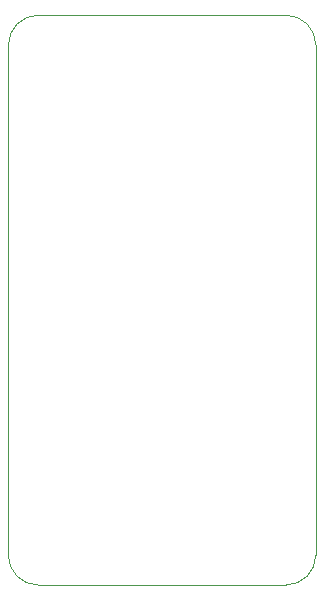
<source format=gbr>
%TF.GenerationSoftware,KiCad,Pcbnew,7.0.10*%
%TF.CreationDate,2024-03-01T13:19:40+01:00*%
%TF.ProjectId,Temp Sensor PCB,54656d70-2053-4656-9e73-6f7220504342,rev?*%
%TF.SameCoordinates,Original*%
%TF.FileFunction,Profile,NP*%
%FSLAX46Y46*%
G04 Gerber Fmt 4.6, Leading zero omitted, Abs format (unit mm)*
G04 Created by KiCad (PCBNEW 7.0.10) date 2024-03-01 13:19:40*
%MOMM*%
%LPD*%
G01*
G04 APERTURE LIST*
%TA.AperFunction,Profile*%
%ADD10C,0.100000*%
%TD*%
G04 APERTURE END LIST*
D10*
X133350000Y-67310000D02*
X154305000Y-67310000D01*
X133350000Y-67310000D02*
G75*
G03*
X130810000Y-69850000I0J-2540000D01*
G01*
X154305000Y-115570000D02*
G75*
G03*
X156845000Y-113030000I0J2540000D01*
G01*
X154305000Y-115570000D02*
X133350000Y-115570000D01*
X156845000Y-69850000D02*
G75*
G03*
X154305000Y-67310000I-2540000J0D01*
G01*
X130810000Y-113030000D02*
X130810000Y-69850000D01*
X130810000Y-113030000D02*
G75*
G03*
X133350000Y-115570000I2540000J0D01*
G01*
X156845000Y-69850000D02*
X156845000Y-113030000D01*
M02*

</source>
